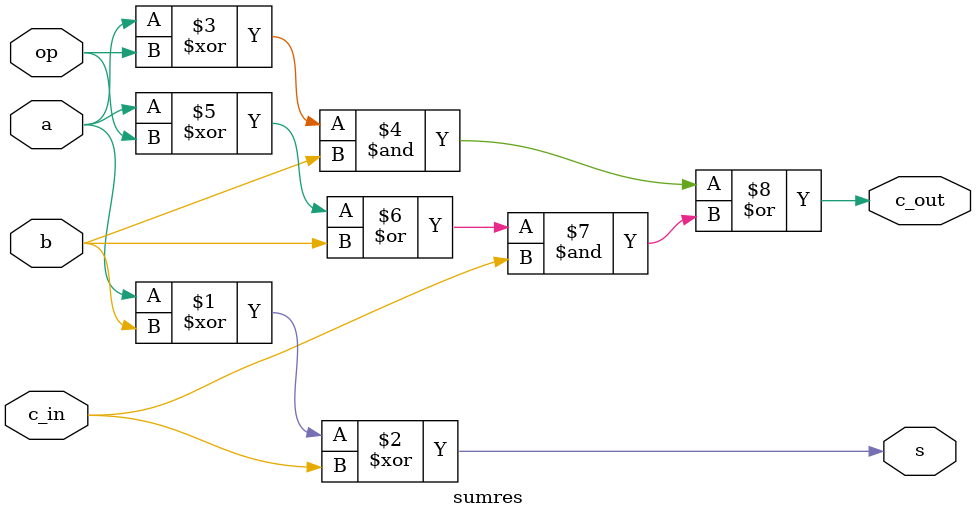
<source format=v>

module sumres(
  input a,b,c_in,op,
  output s,c_out
);
  assign s = ((a ^ b) ^ c_in);
  assign c_out = (((a ^ op) & b) | (((a ^ op) | b) & c_in));
endmodule

</source>
